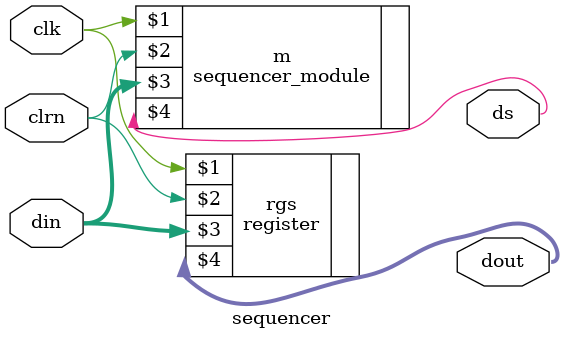
<source format=v>
module sequencer(clk,clrn,din,ds,dout);
input clk,clrn;
input [7:0] din;
output [7:0] dout;
output ds;
//8位寄存器
register rgs(clk,clrn,din,dout);
//8位序列发生器
sequencer_module m(clk,clrn,din,ds);
endmodule

</source>
